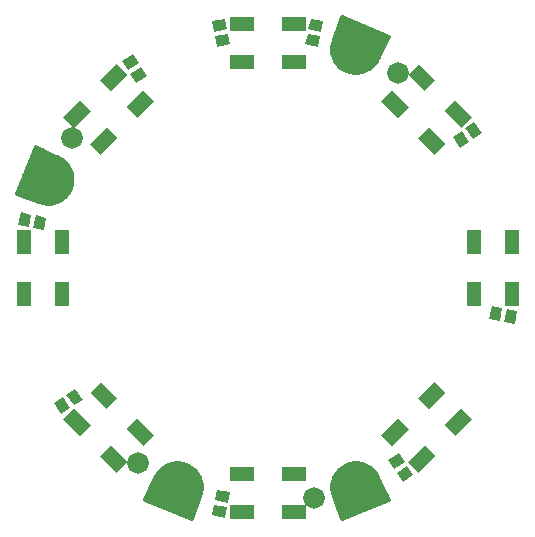
<source format=gts>
G75*
%MOIN*%
%OFA0B0*%
%FSLAX24Y24*%
%IPPOS*%
%LPD*%
%AMOC8*
5,1,8,0,0,1.08239X$1,22.5*
%
%ADD10R,0.0789X0.0513*%
%ADD11R,0.0513X0.0789*%
%ADD12R,0.0356X0.0434*%
%ADD13C,0.0720*%
%ADD14C,0.1346*%
%ADD15C,0.0120*%
D10*
G36*
X003864Y002133D02*
X003308Y002689D01*
X003670Y003051D01*
X004226Y002495D01*
X003864Y002133D01*
G37*
G36*
X004755Y003024D02*
X004199Y003580D01*
X004561Y003942D01*
X005117Y003386D01*
X004755Y003024D01*
G37*
G36*
X003530Y004249D02*
X002974Y004805D01*
X003336Y005167D01*
X003892Y004611D01*
X003530Y004249D01*
G37*
G36*
X002639Y003358D02*
X002083Y003914D01*
X002445Y004276D01*
X003001Y003720D01*
X002639Y003358D01*
G37*
X008034Y002080D03*
X008034Y000820D03*
X009766Y000820D03*
X009766Y002080D03*
G36*
X013601Y003580D02*
X013045Y003024D01*
X012683Y003386D01*
X013239Y003942D01*
X013601Y003580D01*
G37*
G36*
X014492Y002689D02*
X013936Y002133D01*
X013574Y002495D01*
X014130Y003051D01*
X014492Y002689D01*
G37*
G36*
X015717Y003914D02*
X015161Y003358D01*
X014799Y003720D01*
X015355Y004276D01*
X015717Y003914D01*
G37*
G36*
X014826Y004805D02*
X014270Y004249D01*
X013908Y004611D01*
X014464Y005167D01*
X014826Y004805D01*
G37*
G36*
X014270Y013651D02*
X014826Y013095D01*
X014464Y012733D01*
X013908Y013289D01*
X014270Y013651D01*
G37*
G36*
X015161Y014542D02*
X015717Y013986D01*
X015355Y013624D01*
X014799Y014180D01*
X015161Y014542D01*
G37*
G36*
X013936Y015767D02*
X014492Y015211D01*
X014130Y014849D01*
X013574Y015405D01*
X013936Y015767D01*
G37*
G36*
X013045Y014876D02*
X013601Y014320D01*
X013239Y013958D01*
X012683Y014514D01*
X013045Y014876D01*
G37*
X009766Y015820D03*
X009766Y017080D03*
X008034Y017080D03*
X008034Y015820D03*
G36*
X004199Y014320D02*
X004755Y014876D01*
X005117Y014514D01*
X004561Y013958D01*
X004199Y014320D01*
G37*
G36*
X003308Y015211D02*
X003864Y015767D01*
X004226Y015405D01*
X003670Y014849D01*
X003308Y015211D01*
G37*
G36*
X002083Y013986D02*
X002639Y014542D01*
X003001Y014180D01*
X002445Y013624D01*
X002083Y013986D01*
G37*
G36*
X002974Y013095D02*
X003530Y013651D01*
X003892Y013289D01*
X003336Y012733D01*
X002974Y013095D01*
G37*
D11*
X002030Y009816D03*
X000770Y009816D03*
X000770Y008084D03*
X002030Y008084D03*
X015770Y008084D03*
X017030Y008084D03*
X017030Y009816D03*
X015770Y009816D03*
D12*
G36*
X016631Y007193D02*
X016283Y007262D01*
X016367Y007687D01*
X016715Y007618D01*
X016631Y007193D01*
G37*
G36*
X017133Y007093D02*
X016785Y007162D01*
X016869Y007587D01*
X017217Y007518D01*
X017133Y007093D01*
G37*
G36*
X013117Y002245D02*
X012919Y002540D01*
X013279Y002781D01*
X013477Y002486D01*
X013117Y002245D01*
G37*
G36*
X013401Y001819D02*
X013203Y002114D01*
X013563Y002355D01*
X013761Y002060D01*
X013401Y001819D01*
G37*
G36*
X007143Y001219D02*
X007212Y001567D01*
X007637Y001483D01*
X007568Y001135D01*
X007143Y001219D01*
G37*
G36*
X007043Y000717D02*
X007112Y001065D01*
X007537Y000981D01*
X007468Y000633D01*
X007043Y000717D01*
G37*
G36*
X002195Y004733D02*
X002490Y004931D01*
X002731Y004571D01*
X002436Y004373D01*
X002195Y004733D01*
G37*
G36*
X001769Y004449D02*
X002064Y004647D01*
X002305Y004287D01*
X002010Y004089D01*
X001769Y004449D01*
G37*
G36*
X001169Y010707D02*
X001517Y010638D01*
X001433Y010213D01*
X001085Y010282D01*
X001169Y010707D01*
G37*
G36*
X000667Y010807D02*
X001015Y010738D01*
X000931Y010313D01*
X000583Y010382D01*
X000667Y010807D01*
G37*
G36*
X004683Y015655D02*
X004881Y015360D01*
X004521Y015119D01*
X004323Y015414D01*
X004683Y015655D01*
G37*
G36*
X004399Y016081D02*
X004597Y015786D01*
X004237Y015545D01*
X004039Y015840D01*
X004399Y016081D01*
G37*
G36*
X007113Y016834D02*
X007043Y017183D01*
X007467Y017268D01*
X007537Y016919D01*
X007113Y016834D01*
G37*
G36*
X007213Y016332D02*
X007143Y016681D01*
X007567Y016766D01*
X007637Y016417D01*
X007213Y016332D01*
G37*
G36*
X010657Y016681D02*
X010588Y016333D01*
X010163Y016417D01*
X010232Y016765D01*
X010657Y016681D01*
G37*
G36*
X010757Y017183D02*
X010688Y016835D01*
X010263Y016919D01*
X010332Y017267D01*
X010757Y017183D01*
G37*
G36*
X015605Y013167D02*
X015310Y012969D01*
X015069Y013329D01*
X015364Y013527D01*
X015605Y013167D01*
G37*
G36*
X016031Y013451D02*
X015736Y013253D01*
X015495Y013613D01*
X015790Y013811D01*
X016031Y013451D01*
G37*
D13*
X013230Y015460D03*
X002380Y013280D03*
X004570Y002440D03*
X010440Y001290D03*
D14*
X011850Y001650D03*
X005900Y001650D03*
X001600Y011900D03*
X011850Y016250D03*
D15*
X012366Y015646D02*
X012456Y015734D01*
X012530Y015834D01*
X012589Y015944D01*
X012941Y016664D01*
X011371Y017314D01*
X011111Y016556D01*
X011069Y016437D01*
X011047Y016312D01*
X011046Y016186D01*
X011065Y016061D01*
X011103Y015941D01*
X011161Y015828D01*
X011236Y015727D01*
X011327Y015638D01*
X011430Y015566D01*
X011544Y015511D01*
X011663Y015474D01*
X011787Y015457D01*
X011912Y015458D01*
X012035Y015478D01*
X012154Y015517D01*
X012265Y015574D01*
X012366Y015646D01*
X012309Y015605D02*
X011374Y015605D01*
X011239Y015724D02*
X012445Y015724D01*
X012535Y015842D02*
X011154Y015842D01*
X011097Y015961D02*
X012597Y015961D01*
X012655Y016079D02*
X011062Y016079D01*
X011046Y016198D02*
X012713Y016198D01*
X012771Y016316D02*
X011048Y016316D01*
X011069Y016435D02*
X012829Y016435D01*
X012887Y016553D02*
X011110Y016553D01*
X011150Y016672D02*
X012923Y016672D01*
X012637Y016790D02*
X011191Y016790D01*
X011232Y016909D02*
X012351Y016909D01*
X012065Y017027D02*
X011272Y017027D01*
X011313Y017146D02*
X011778Y017146D01*
X011492Y017264D02*
X011354Y017264D01*
X011624Y015487D02*
X012060Y015487D01*
X002333Y012204D02*
X002372Y012085D01*
X002392Y011962D01*
X002393Y011837D01*
X002376Y011713D01*
X002339Y011594D01*
X002284Y011480D01*
X002212Y011377D01*
X002123Y011286D01*
X002022Y011211D01*
X001909Y011153D01*
X001789Y011115D01*
X001664Y011096D01*
X001538Y011097D01*
X001413Y011119D01*
X001294Y011161D01*
X000536Y011421D01*
X001186Y012991D01*
X001906Y012639D01*
X002016Y012580D01*
X002116Y012506D01*
X002204Y012416D01*
X002276Y012315D01*
X002333Y012204D01*
X002344Y012169D02*
X000845Y012169D01*
X000894Y012287D02*
X002291Y012287D01*
X002212Y012406D02*
X000943Y012406D01*
X000993Y012524D02*
X002092Y012524D01*
X001899Y012643D02*
X001042Y012643D01*
X001091Y012761D02*
X001657Y012761D01*
X001415Y012880D02*
X001140Y012880D01*
X000796Y012050D02*
X002378Y012050D01*
X002392Y011932D02*
X000747Y011932D01*
X000698Y011813D02*
X002390Y011813D01*
X002370Y011695D02*
X000649Y011695D01*
X000600Y011576D02*
X002331Y011576D01*
X002268Y011458D02*
X000551Y011458D01*
X000774Y011339D02*
X002175Y011339D01*
X002035Y011221D02*
X001120Y011221D01*
X001511Y011102D02*
X001705Y011102D01*
X005596Y002383D02*
X005485Y002326D01*
X005384Y002254D01*
X005294Y002166D01*
X005220Y002066D01*
X005161Y001956D01*
X004809Y001236D01*
X006379Y000586D01*
X006639Y001344D01*
X006681Y001463D01*
X006703Y001588D01*
X006704Y001714D01*
X006685Y001839D01*
X006647Y001959D01*
X006589Y002072D01*
X006514Y002173D01*
X006423Y002262D01*
X006320Y002334D01*
X006206Y002389D01*
X006087Y002426D01*
X005963Y002443D01*
X005838Y002442D01*
X005715Y002422D01*
X005596Y002383D01*
X005498Y002333D02*
X006322Y002333D01*
X006472Y002215D02*
X005344Y002215D01*
X005242Y002096D02*
X006571Y002096D01*
X006637Y001978D02*
X005172Y001978D01*
X005113Y001859D02*
X006679Y001859D01*
X006700Y001741D02*
X005055Y001741D01*
X004997Y001622D02*
X006703Y001622D01*
X006688Y001504D02*
X004939Y001504D01*
X004881Y001385D02*
X006653Y001385D01*
X006613Y001267D02*
X004823Y001267D01*
X005021Y001148D02*
X006572Y001148D01*
X006531Y001030D02*
X005308Y001030D01*
X005594Y000911D02*
X006491Y000911D01*
X006450Y000793D02*
X005880Y000793D01*
X006166Y000674D02*
X006409Y000674D01*
X011074Y001463D02*
X011111Y001344D01*
X011371Y000586D01*
X012941Y001236D01*
X012589Y001956D01*
X012534Y002070D01*
X012462Y002173D01*
X012373Y002264D01*
X012272Y002339D01*
X012159Y002397D01*
X012039Y002435D01*
X011914Y002454D01*
X011788Y002453D01*
X011663Y002431D01*
X011544Y002389D01*
X011434Y002330D01*
X011334Y002256D01*
X011246Y002166D01*
X011174Y002065D01*
X011117Y001954D01*
X011078Y001835D01*
X011058Y001712D01*
X011057Y001587D01*
X011074Y001463D01*
X011069Y001504D02*
X012811Y001504D01*
X012753Y001622D02*
X011057Y001622D01*
X011063Y001741D02*
X012695Y001741D01*
X012637Y001859D02*
X011086Y001859D01*
X011129Y001978D02*
X012579Y001978D01*
X012516Y002096D02*
X011196Y002096D01*
X011293Y002215D02*
X012422Y002215D01*
X012280Y002333D02*
X011439Y002333D01*
X011781Y002452D02*
X011932Y002452D01*
X011098Y001385D02*
X012869Y001385D01*
X012927Y001267D02*
X011137Y001267D01*
X011178Y001148D02*
X012729Y001148D01*
X012442Y001030D02*
X011219Y001030D01*
X011259Y000911D02*
X012156Y000911D01*
X011870Y000793D02*
X011300Y000793D01*
X011341Y000674D02*
X011584Y000674D01*
M02*

</source>
